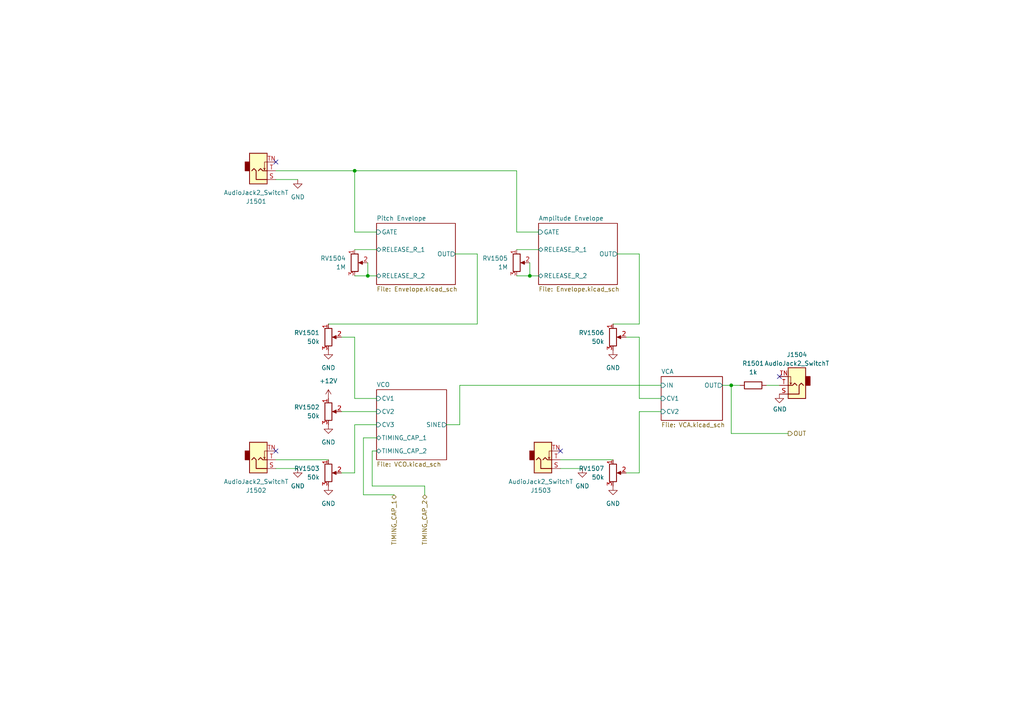
<source format=kicad_sch>
(kicad_sch (version 20211123) (generator eeschema)
  (paper "A4")
  (title_block (title "Drum Machine (BD/T)") (date "2022-01-01") (rev "1.0"))
  (lib_symbols
    (symbol "Connector:AudioJack2_SwitchT"
      (property "Reference" "J" (at 0 8.89 0))
      (property "Value" "AudioJack2_SwitchT" (at 0 6.35 0))
      (symbol "AudioJack2_SwitchT_0_1"
        (rectangle (start -2.54 0) (end -3.81 -2.54) (stroke (width 0.254)) (fill (type outline)))
        (polyline (pts (xy 1.778 -0.254) (xy 2.032 -0.762)))
        (polyline (pts (xy 0 0) (xy 0.635 -0.635) (xy 1.27 0) (xy 2.54 0)) (stroke (width 0.254)))
        (polyline (pts (xy 2.54 -2.54) (xy 1.778 -2.54) (xy 1.778 -0.254) (xy 1.524 -0.762)))
        (polyline (pts (xy 2.54 2.54) (xy -0.635 2.54) (xy -0.635 0) (xy -1.27 -0.635) (xy -1.905 0)) (stroke (width 0.254)))
        (rectangle (start 2.54 3.81) (end -2.54 -5.08) (stroke (width 0.254)) (fill (type background)))
      )
      (symbol "AudioJack2_SwitchT_1_1"
        (pin passive line (at 5.08 2.54 180) (length 2.54) (name "~") (number "S"))
        (pin passive line (at 5.08 0 180) (length 2.54) (name "~") (number "T"))
        (pin passive line (at 5.08 -2.54 180) (length 2.54) (name "~") (number "TN"))
      )
    )
    (symbol "Device:R" (pin_numbers hide) (pin_names (offset 0))
      (property "Reference" "R" (at 2.032 0 90))
      (property "Value" "R" (at 0 0 90))
      (symbol "R_0_1"
        (rectangle (start -1.016 -2.54) (end 1.016 2.54) (stroke (width 0.254)))
      )
      (symbol "R_1_1"
        (pin passive line (at 0 3.81 270) (length 1.27) (name "~") (number "1"))
        (pin passive line (at 0 -3.81 90) (length 1.27) (name "~") (number "2"))
      )
    )
    (symbol "Device:R_Potentiometer" (pin_names (offset 1.016) hide)
      (property "Reference" "RV" (at -4.445 0 90))
      (property "Value" "R_Potentiometer" (at -2.54 0 90))
      (symbol "R_Potentiometer_0_1"
        (polyline (pts (xy 2.54 0) (xy 1.524 0)))
        (polyline (pts (xy 1.143 0) (xy 2.286 0.508) (xy 2.286 -0.508) (xy 1.143 0)) (fill (type outline)))
        (rectangle (start 1.016 2.54) (end -1.016 -2.54) (stroke (width 0.254)))
      )
      (symbol "R_Potentiometer_1_1"
        (pin passive line (at 0 3.81 270) (length 1.27) (name "1") (number "1"))
        (pin passive line (at 3.81 0 180) (length 1.27) (name "2") (number "2"))
        (pin passive line (at 0 -3.81 90) (length 1.27) (name "3") (number "3"))
      )
    )
    (symbol "power:+12V" (power) (pin_names (offset 0))
      (property "Value" "+12V" (at 0 3.556 0))
      (symbol "+12V_0_1"
        (polyline (pts (xy -0.762 1.27) (xy 0 2.54)))
        (polyline (pts (xy 0 0) (xy 0 2.54)))
        (polyline (pts (xy 0 2.54) (xy 0.762 1.27)))
      )
      (symbol "+12V_1_1"
        (pin power_in line (at 0 0 90) (length 0) hide (name "+12V") (number "1"))
      )
    )
    (symbol "power:GND" (power) (pin_names (offset 0))
      (property "Value" "GND" (at 0 -3.81 0))
      (symbol "GND_0_1"
        (polyline (pts (xy 0 0) (xy 0 -1.27) (xy 1.27 -1.27) (xy 0 -2.54) (xy -1.27 -1.27) (xy 0 -1.27)))
      )
      (symbol "GND_1_1"
        (pin power_in line (at 0 0 270) (length 0) hide (name "GND") (number "1"))
      )
    )
  )
  (junction (at 153.67 80.01))
  (junction (at 102.87 49.53))
  (junction (at 212.09 111.76))
  (junction (at 106.68 80.01))
  (no_connect (at 80.01 130.81))
  (no_connect (at 226.06 109.22))
  (no_connect (at 80.01 46.99))
  (no_connect (at 162.56 130.81))
  (wire (pts (xy 228.6 125.73) (xy 212.09 125.73)))
  (wire (pts (xy 129.54 123.19) (xy 133.35 123.19)))
  (wire (pts (xy 133.35 111.76) (xy 191.77 111.76)))
  (wire (pts (xy 153.67 80.01) (xy 149.86 80.01)))
  (wire (pts (xy 185.42 119.38) (xy 185.42 137.16)))
  (wire (pts (xy 105.41 143.51) (xy 114.3 143.51)))
  (wire (pts (xy 179.07 73.66) (xy 185.42 73.66)))
  (wire (pts (xy 80.01 133.35) (xy 95.25 133.35)))
  (wire (pts (xy 123.19 140.97) (xy 123.19 143.51)))
  (wire (pts (xy 149.86 72.39) (xy 156.21 72.39)))
  (wire (pts (xy 86.36 52.07) (xy 80.01 52.07)))
  (wire (pts (xy 168.91 135.89) (xy 162.56 135.89)))
  (wire (pts (xy 132.08 73.66) (xy 138.43 73.66)))
  (wire (pts (xy 149.86 49.53) (xy 149.86 67.31)))
  (wire (pts (xy 162.56 133.35) (xy 177.8 133.35)))
  (wire (pts (xy 222.25 111.76) (xy 226.06 111.76)))
  (wire (pts (xy 106.68 80.01) (xy 102.87 80.01)))
  (wire (pts (xy 109.22 130.81) (xy 107.95 130.81)))
  (wire (pts (xy 138.43 93.98) (xy 138.43 73.66)))
  (wire (pts (xy 102.87 123.19) (xy 102.87 137.16)))
  (wire (pts (xy 109.22 123.19) (xy 102.87 123.19)))
  (wire (pts (xy 185.42 119.38) (xy 191.77 119.38)))
  (wire (pts (xy 102.87 115.57) (xy 102.87 97.79)))
  (wire (pts (xy 153.67 80.01) (xy 156.21 80.01)))
  (wire (pts (xy 106.68 76.2) (xy 106.68 80.01)))
  (wire (pts (xy 102.87 49.53) (xy 102.87 67.31)))
  (wire (pts (xy 209.55 111.76) (xy 212.09 111.76)))
  (wire (pts (xy 105.41 127) (xy 105.41 143.51)))
  (wire (pts (xy 212.09 111.76) (xy 214.63 111.76)))
  (wire (pts (xy 80.01 49.53) (xy 102.87 49.53)))
  (wire (pts (xy 212.09 125.73) (xy 212.09 111.76)))
  (wire (pts (xy 185.42 115.57) (xy 191.77 115.57)))
  (wire (pts (xy 185.42 93.98) (xy 177.8 93.98)))
  (wire (pts (xy 109.22 115.57) (xy 102.87 115.57)))
  (wire (pts (xy 109.22 127) (xy 105.41 127)))
  (wire (pts (xy 181.61 97.79) (xy 185.42 97.79)))
  (wire (pts (xy 185.42 97.79) (xy 185.42 115.57)))
  (wire (pts (xy 133.35 111.76) (xy 133.35 123.19)))
  (wire (pts (xy 99.06 119.38) (xy 109.22 119.38)))
  (wire (pts (xy 106.68 80.01) (xy 109.22 80.01)))
  (wire (pts (xy 95.25 93.98) (xy 138.43 93.98)))
  (wire (pts (xy 102.87 72.39) (xy 109.22 72.39)))
  (wire (pts (xy 153.67 76.2) (xy 153.67 80.01)))
  (wire (pts (xy 107.95 140.97) (xy 123.19 140.97)))
  (wire (pts (xy 102.87 49.53) (xy 149.86 49.53)))
  (wire (pts (xy 102.87 67.31) (xy 109.22 67.31)))
  (wire (pts (xy 181.61 137.16) (xy 185.42 137.16)))
  (wire (pts (xy 86.36 135.89) (xy 80.01 135.89)))
  (wire (pts (xy 102.87 97.79) (xy 99.06 97.79)))
  (wire (pts (xy 149.86 67.31) (xy 156.21 67.31)))
  (wire (pts (xy 107.95 130.81) (xy 107.95 140.97)))
  (wire (pts (xy 185.42 73.66) (xy 185.42 93.98)))
  (wire (pts (xy 102.87 137.16) (xy 99.06 137.16)))
  (hierarchical_label "OUT" (shape output) (at 228.6 125.73 0))
  (hierarchical_label "TIMING_CAP_1" (shape bidirectional) (at 114.3 143.51 270))
  (hierarchical_label "TIMING_CAP_2" (shape bidirectional) (at 123.19 143.51 270))
  (symbol (lib_id "power:GND") (at 177.8 140.97 0)
    (property "Reference" "#PWR01509" (effects hide))
    (property "Value" "GND" (at 177.8 146.05 0))
  )
  (symbol (lib_id "Device:R") (at 218.44 111.76 90)
    (property "Reference" "R1501" (at 218.44 105.41 90))
    (property "Value" "1k" (at 218.44 107.95 90))
    (property "Footprint" "Resistor_THT:R_Axial_DIN0207_L6.3mm_D2.5mm_P7.62mm_Horizontal" (effects hide))
  )
  (symbol (lib_id "Connector:AudioJack2_SwitchT") (at 157.48 133.35 0) (mirror x)
    (property "Reference" "J1503" (at 156.845 142.24 0))
    (property "Value" "AudioJack2_SwitchT" (at 156.845 139.7 0))
    (property "Footprint" "Connector_Audio:Jack_3.5mm_QingPu_WQP-PJ398SM_Vertical_CircularHoles" (effects hide))
  )
  (symbol (lib_id "Connector:AudioJack2_SwitchT") (at 231.14 111.76 180)
    (property "Reference" "J1504" (at 231.14 102.87 0))
    (property "Value" "AudioJack2_SwitchT" (at 231.14 105.41 0))
    (property "Footprint" "Connector_Audio:Jack_3.5mm_QingPu_WQP-PJ398SM_Vertical_CircularHoles" (effects hide))
  )
  (symbol (lib_id "power:+12V") (at 95.25 115.57 0)
    (property "Reference" "#PWR01504" (effects hide))
    (property "Value" "+12V" (at 95.25 110.49 0))
  )
  (symbol (lib_id "Device:R_Potentiometer") (at 177.8 97.79 0)
    (property "Reference" "RV1506" (at 175.26 96.5199 0) (effects (justify right)))
    (property "Value" "50k" (at 175.26 99.0599 0) (effects (justify right)))
    (property "Footprint" "Potentiometer_THT:Potentiometer_Alpha_RD901F-40-00D_Single_Vertical_CircularHoles" (effects hide))
  )
  (symbol (lib_id "power:GND") (at 86.36 52.07 0)
    (property "Reference" "#PWR01501" (effects hide))
    (property "Value" "GND" (at 86.36 57.15 0))
  )
  (symbol (lib_id "power:GND") (at 168.91 135.89 0)
    (property "Reference" "#PWR01507" (effects hide))
    (property "Value" "GND" (at 168.91 140.97 0))
  )
  (symbol (lib_id "Connector:AudioJack2_SwitchT") (at 74.93 49.53 0) (mirror x)
    (property "Reference" "J1501" (at 74.295 58.42 0))
    (property "Value" "AudioJack2_SwitchT" (at 74.295 55.88 0))
    (property "Footprint" "Connector_Audio:Jack_3.5mm_QingPu_WQP-PJ398SM_Vertical_CircularHoles" (effects hide))
  )
  (symbol (lib_id "power:GND") (at 95.25 123.19 0)
    (property "Reference" "#PWR01505" (effects hide))
    (property "Value" "GND" (at 95.25 128.27 0))
  )
  (symbol (lib_id "power:GND") (at 95.25 101.6 0)
    (property "Reference" "#PWR01503" (effects hide))
    (property "Value" "GND" (at 95.25 106.68 0))
  )
  (symbol (lib_id "Connector:AudioJack2_SwitchT") (at 74.93 133.35 0) (mirror x)
    (property "Reference" "J1502" (at 74.295 142.24 0))
    (property "Value" "AudioJack2_SwitchT" (at 74.295 139.7 0))
    (property "Footprint" "Connector_Audio:Jack_3.5mm_QingPu_WQP-PJ398SM_Vertical_CircularHoles" (effects hide))
  )
  (symbol (lib_id "Device:R_Potentiometer") (at 177.8 137.16 0)
    (property "Reference" "RV1507" (at 175.26 135.8899 0) (effects (justify right)))
    (property "Value" "50k" (at 175.26 138.4299 0) (effects (justify right)))
    (property "Footprint" "Potentiometer_THT:Potentiometer_Alpha_RD901F-40-00D_Single_Vertical_CircularHoles" (effects hide))
  )
  (symbol (lib_id "Device:R_Potentiometer") (at 95.25 97.79 0)
    (property "Reference" "RV1501" (at 92.71 96.5199 0) (effects (justify right)))
    (property "Value" "50k" (at 92.71 99.0599 0) (effects (justify right)))
    (property "Footprint" "Potentiometer_THT:Potentiometer_Alpha_RD901F-40-00D_Single_Vertical_CircularHoles" (effects hide))
  )
  (symbol (lib_id "Device:R_Potentiometer") (at 149.86 76.2 0)
    (property "Reference" "RV1505" (at 147.32 74.9299 0) (effects (justify right)))
    (property "Value" "1M" (at 147.32 77.4699 0) (effects (justify right)))
    (property "Footprint" "Potentiometer_THT:Potentiometer_Alpha_RD901F-40-00D_Single_Vertical_CircularHoles" (effects hide))
  )
  (symbol (lib_id "Device:R_Potentiometer") (at 95.25 137.16 0)
    (property "Reference" "RV1503" (at 92.71 135.8899 0) (effects (justify right)))
    (property "Value" "50k" (at 92.71 138.4299 0) (effects (justify right)))
    (property "Footprint" "Potentiometer_THT:Potentiometer_Alpha_RD901F-40-00D_Single_Vertical_CircularHoles" (effects hide))
  )
  (symbol (lib_id "Device:R_Potentiometer") (at 102.87 76.2 0)
    (property "Reference" "RV1504" (at 100.33 74.9299 0) (effects (justify right)))
    (property "Value" "1M" (at 100.33 77.4699 0) (effects (justify right)))
    (property "Footprint" "Potentiometer_THT:Potentiometer_Alpha_RD901F-40-00D_Single_Vertical_CircularHoles" (effects hide))
  )
  (symbol (lib_id "Device:R_Potentiometer") (at 95.25 119.38 0)
    (property "Reference" "RV1502" (at 92.71 118.1099 0) (effects (justify right)))
    (property "Value" "50k" (at 92.71 120.6499 0) (effects (justify right)))
    (property "Footprint" "Potentiometer_THT:Potentiometer_Alpha_RD901F-40-00D_Single_Vertical_CircularHoles" (effects hide))
  )
  (symbol (lib_id "power:GND") (at 86.36 135.89 0)
    (property "Reference" "#PWR01502" (effects hide))
    (property "Value" "GND" (at 86.36 140.97 0))
  )
  (symbol (lib_id "power:GND") (at 177.8 101.6 0)
    (property "Reference" "#PWR01508" (effects hide))
    (property "Value" "GND" (at 177.8 106.68 0))
  )
  (symbol (lib_id "power:GND") (at 226.06 114.3 0)
    (property "Reference" "#PWR01510" (effects hide))
    (property "Value" "GND" (at 226.187 118.6942 0))
  )
  (symbol (lib_id "power:GND") (at 95.25 140.97 0)
    (property "Reference" "#PWR01506" (effects hide))
    (property "Value" "GND" (at 95.25 146.05 0))
  )
  (sheet (at 109.22 113.03) (size 20.32 20.32) (stroke (width 0.1524))
    (property "Sheet name" "VCO" (at 109.22 112.3184 0) (effects (justify left bottom)))
    (property "Sheet file" "VCO.kicad_sch" (at 109.22 133.9346 0) (effects (justify left top)))
    (pin "CV3" input (at 109.22 123.19 180))
    (pin "CV2" input (at 109.22 119.38 180))
    (pin "CV1" input (at 109.22 115.57 180))
    (pin "TIMING_CAP_1" bidirectional (at 109.22 127 180))
    (pin "TIMING_CAP_2" bidirectional (at 109.22 130.81 180))
    (pin "SINE" output (at 129.54 123.19 0))
  )
  (sheet (at 191.77 109.22) (size 17.78 12.7) (stroke (width 0.1524))
    (property "Sheet name" "VCA" (at 191.77 108.5084 0) (effects (justify left bottom)))
    (property "Sheet file" "VCA.kicad_sch" (at 191.77 122.5046 0) (effects (justify left top)))
    (pin "IN" input (at 191.77 111.76 180))
    (pin "OUT" output (at 209.55 111.76 0))
    (pin "CV1" input (at 191.77 115.57 180))
    (pin "CV2" input (at 191.77 119.38 180))
  )
  (sheet (at 109.22 64.77) (size 22.86 17.78) (stroke (width 0.1524))
    (property "Sheet name" "Pitch Envelope" (at 109.22 64.0584 0) (effects (justify left bottom)))
    (property "Sheet file" "Envelope.kicad_sch" (at 109.22 83.1346 0) (effects (justify left top)))
    (pin "GATE" input (at 109.22 67.31 180))
    (pin "OUT" output (at 132.08 73.66 0))
    (pin "RELEASE_R_2" bidirectional (at 109.22 80.01 180))
    (pin "RELEASE_R_1" bidirectional (at 109.22 72.39 180))
  )
  (sheet (at 156.21 64.77) (size 22.86 17.78) (stroke (width 0.1524))
    (property "Sheet name" "Amplitude Envelope" (at 156.21 64.0584 0) (effects (justify left bottom)))
    (property "Sheet file" "Envelope.kicad_sch" (at 156.21 83.1346 0) (effects (justify left top)))
    (pin "GATE" input (at 156.21 67.31 180))
    (pin "OUT" output (at 179.07 73.66 0))
    (pin "RELEASE_R_2" bidirectional (at 156.21 80.01 180))
    (pin "RELEASE_R_1" bidirectional (at 156.21 72.39 180))
  )
)
</source>
